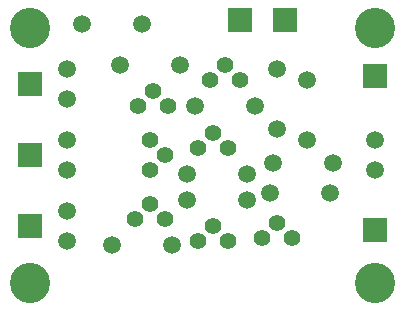
<source format=gts>
G04 Output by ViewMate Deluxe V11.0.9  PentaLogix LLC*
G04 Sun May 11 19:24:29 2014*
%FSLAX33Y33*%
%MOMM*%
%IPPOS*%
%ADD110C,1.5113*%
%ADD111R,2.0041X2.0041*%
%ADD112C,1.4122*%
%ADD113C,3.4036*%

%LPD*%
X0Y0D2*D110*G1X7874Y25336D3*X6604Y12954D3*X6604Y15494D3*X6604Y18986D3*X6604Y21526D3*X11049Y21844D3*X12954Y25336D3*X16129Y21844D3*X17399Y18352D3*X21844Y10414D3*X23749Y11049D3*X28829Y11049D3*X29146Y13589D3*X32639Y12954D3*X32639Y15494D3*X26924Y20574D3*X24384Y21526D3*X22479Y18352D3*X24384Y16446D3*X26924Y15494D3*X24066Y13589D3*X21844Y12636D3*X16764Y12636D3*X16764Y10414D3*X15494Y6604D3*X10414Y6604D3*X6604Y9462D3*X6604Y6922D3*D111*X32639Y7874D3*X32639Y20892D3*X25019Y25654D3*X21209Y25654D3*X3429Y8192D3*X3429Y14224D3*X3429Y20256D3*D112*X20256Y14859D3*X17716Y14859D3*X18986Y16129D3*X21209Y20574D3*X19939Y21844D3*X18669Y20574D3*X15176Y18352D3*X13906Y19622D3*X12636Y18352D3*X13589Y15494D3*X14859Y14224D3*X13589Y12954D3*X12319Y8826D3*X13589Y10096D3*X14859Y8826D3*X17716Y6922D3*X18986Y8192D3*X20256Y6922D3*X23114Y7239D3*X24384Y8509D3*X25654Y7239D3*D113*X32639Y3429D3*X32639Y25019D3*X3429Y25019D3*X3429Y3429D3*X0Y0D2*M02*
</source>
